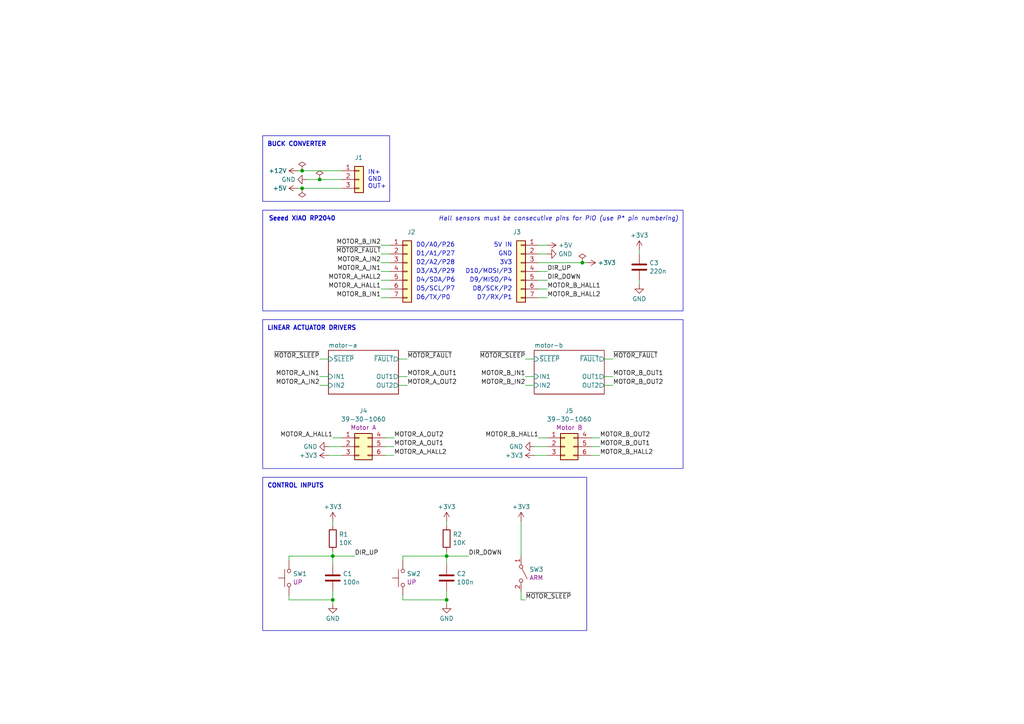
<source format=kicad_sch>
(kicad_sch (version 20250114) (generator "eeschema") (generator_version "9.0")
  (paper "A4")
  (title_block (title "Bed Lift Controller") (date "2025-08") (rev "v1.0") (company "Brown Studios LLC"))
  (lib_symbols
    (symbol "Connector_Generic:Conn_01x03" (pin_names (offset 1.016) (hide yes))
      (property "Reference" "J" (at 0 5.08 0))
      (property "Value" "Conn_01x03" (at 0 -5.08 0))
      (symbol "Conn_01x03_1_1"
        (rectangle (start -1.27 3.81) (end 1.27 -3.81) (stroke (width 0.254)) (fill (type background)))
        (rectangle (start -1.27 2.667) (end 0 2.413) (stroke (width 0.1524)))
        (rectangle (start -1.27 0.127) (end 0 -0.127) (stroke (width 0.1524)))
        (rectangle (start -1.27 -2.413) (end 0 -2.667) (stroke (width 0.1524)))
        (pin passive line (at -5.08 2.54 0) (length 3.81) (name "Pin_1") (number "1"))
        (pin passive line (at -5.08 0 0) (length 3.81) (name "Pin_2") (number "2"))
        (pin passive line (at -5.08 -2.54 0) (length 3.81) (name "Pin_3") (number "3"))
      )
    )
    (symbol "Connector_Generic:Conn_01x07" (pin_names (offset 1.016) (hide yes))
      (property "Reference" "J" (at 0 10.16 0))
      (property "Value" "Conn_01x07" (at 0 -10.16 0))
      (symbol "Conn_01x07_1_1"
        (rectangle (start -1.27 8.89) (end 1.27 -8.89) (stroke (width 0.254)) (fill (type background)))
        (rectangle (start -1.27 7.747) (end 0 7.493) (stroke (width 0.1524)))
        (rectangle (start -1.27 5.207) (end 0 4.953) (stroke (width 0.1524)))
        (rectangle (start -1.27 2.667) (end 0 2.413) (stroke (width 0.1524)))
        (rectangle (start -1.27 0.127) (end 0 -0.127) (stroke (width 0.1524)))
        (rectangle (start -1.27 -2.413) (end 0 -2.667) (stroke (width 0.1524)))
        (rectangle (start -1.27 -4.953) (end 0 -5.207) (stroke (width 0.1524)))
        (rectangle (start -1.27 -7.493) (end 0 -7.747) (stroke (width 0.1524)))
        (pin passive line (at -5.08 7.62 0) (length 3.81) (name "Pin_1") (number "1"))
        (pin passive line (at -5.08 5.08 0) (length 3.81) (name "Pin_2") (number "2"))
        (pin passive line (at -5.08 2.54 0) (length 3.81) (name "Pin_3") (number "3"))
        (pin passive line (at -5.08 0 0) (length 3.81) (name "Pin_4") (number "4"))
        (pin passive line (at -5.08 -2.54 0) (length 3.81) (name "Pin_5") (number "5"))
        (pin passive line (at -5.08 -5.08 0) (length 3.81) (name "Pin_6") (number "6"))
        (pin passive line (at -5.08 -7.62 0) (length 3.81) (name "Pin_7") (number "7"))
      )
    )
    (symbol "Connector_Generic:Conn_02x03_Top_Bottom" (pin_names (offset 1.016) (hide yes))
      (property "Reference" "J" (at 1.27 5.08 0))
      (property "Value" "Conn_02x03_Top_Bottom" (at 1.27 -5.08 0))
      (symbol "Conn_02x03_Top_Bottom_1_1"
        (rectangle (start -1.27 3.81) (end 3.81 -3.81) (stroke (width 0.254)) (fill (type background)))
        (rectangle (start -1.27 2.667) (end 0 2.413) (stroke (width 0.1524)))
        (rectangle (start -1.27 0.127) (end 0 -0.127) (stroke (width 0.1524)))
        (rectangle (start -1.27 -2.413) (end 0 -2.667) (stroke (width 0.1524)))
        (rectangle (start 3.81 2.667) (end 2.54 2.413) (stroke (width 0.1524)))
        (rectangle (start 3.81 0.127) (end 2.54 -0.127) (stroke (width 0.1524)))
        (rectangle (start 3.81 -2.413) (end 2.54 -2.667) (stroke (width 0.1524)))
        (pin passive line (at -5.08 2.54 0) (length 3.81) (name "Pin_1") (number "1"))
        (pin passive line (at -5.08 0 0) (length 3.81) (name "Pin_2") (number "2"))
        (pin passive line (at -5.08 -2.54 0) (length 3.81) (name "Pin_3") (number "3"))
        (pin passive line (at 7.62 2.54 180) (length 3.81) (name "Pin_4") (number "4"))
        (pin passive line (at 7.62 0 180) (length 3.81) (name "Pin_5") (number "5"))
        (pin passive line (at 7.62 -2.54 180) (length 3.81) (name "Pin_6") (number "6"))
      )
    )
    (symbol "Device:C" (pin_numbers (hide yes)) (pin_names (offset 0.254))
      (property "Reference" "C" (at 0.635 2.54 0))
      (property "Value" "C" (at 0.635 -2.54 0))
      (symbol "C_0_1"
        (polyline (pts (xy -2.032 0.762) (xy 2.032 0.762)) (stroke (width 0.508)))
        (polyline (pts (xy -2.032 -0.762) (xy 2.032 -0.762)) (stroke (width 0.508)))
      )
      (symbol "C_1_1"
        (pin passive line (at 0 3.81 270) (length 2.794) (name "~") (number "1"))
        (pin passive line (at 0 -3.81 90) (length 2.794) (name "~") (number "2"))
      )
    )
    (symbol "Device:R" (pin_numbers (hide yes)) (pin_names (offset 0))
      (property "Reference" "R" (at 2.032 0 90))
      (property "Value" "R" (at 0 0 90))
      (symbol "R_0_1"
        (rectangle (start -1.016 -2.54) (end 1.016 2.54) (stroke (width 0.254)))
      )
      (symbol "R_1_1"
        (pin passive line (at 0 3.81 270) (length 1.27) (name "~") (number "1"))
        (pin passive line (at 0 -3.81 90) (length 1.27) (name "~") (number "2"))
      )
    )
    (symbol "Switch:SW_Push" (pin_numbers (hide yes)) (pin_names (offset 1.016) (hide yes))
      (property "Reference" "SW" (at 1.27 2.54 0))
      (property "Value" "SW_Push" (at 0 -1.524 0))
      (symbol "SW_Push_0_1"
        (circle (center -2.032 0) (radius 0.508))
        (polyline (pts (xy 0 1.27) (xy 0 3.048)))
        (circle (center 2.032 0) (radius 0.508))
        (polyline (pts (xy 2.54 1.27) (xy -2.54 1.27)))
        (pin passive line (at -5.08 0 0) (length 2.54) (name "1") (number "1"))
        (pin passive line (at 5.08 0 180) (length 2.54) (name "2") (number "2"))
      )
    )
    (symbol "Switch:SW_SPST" (pin_names (offset 0) (hide yes))
      (property "Reference" "SW" (at 0 3.175 0))
      (property "Value" "SW_SPST" (at 0 -2.54 0))
      (symbol "SW_SPST_0_0"
        (circle (center -2.032 0) (radius 0.508))
        (polyline (pts (xy -1.524 0.254) (xy 1.524 1.778)))
        (circle (center 2.032 0) (radius 0.508))
      )
      (symbol "SW_SPST_1_1"
        (pin passive line (at -5.08 0 0) (length 2.54) (name "A") (number "1"))
        (pin passive line (at 5.08 0 180) (length 2.54) (name "B") (number "2"))
      )
    )
    (symbol "power:+12V" (power) (pin_numbers (hide yes)) (pin_names (offset 0) (hide yes))
      (property "Value" "+12V" (at 0 3.556 0))
      (symbol "+12V_0_1"
        (polyline (pts (xy -0.762 1.27) (xy 0 2.54)))
        (polyline (pts (xy 0 2.54) (xy 0.762 1.27)))
        (polyline (pts (xy 0 0) (xy 0 2.54)))
      )
      (symbol "+12V_1_1"
        (pin power_in line (at 0 0 90) (length 0) (name "~") (number "1"))
      )
    )
    (symbol "power:+3V3" (power) (pin_numbers (hide yes)) (pin_names (offset 0) (hide yes))
      (property "Value" "+3V3" (at 0 3.556 0))
      (symbol "+3V3_0_1"
        (polyline (pts (xy -0.762 1.27) (xy 0 2.54)))
        (polyline (pts (xy 0 2.54) (xy 0.762 1.27)))
        (polyline (pts (xy 0 0) (xy 0 2.54)))
      )
      (symbol "+3V3_1_1"
        (pin power_in line (at 0 0 90) (length 0) (name "~") (number "1"))
      )
    )
    (symbol "power:+5V" (power) (pin_numbers (hide yes)) (pin_names (offset 0) (hide yes))
      (property "Value" "+5V" (at 0 3.556 0))
      (symbol "+5V_0_1"
        (polyline (pts (xy -0.762 1.27) (xy 0 2.54)))
        (polyline (pts (xy 0 2.54) (xy 0.762 1.27)))
        (polyline (pts (xy 0 0) (xy 0 2.54)))
      )
      (symbol "+5V_1_1"
        (pin power_in line (at 0 0 90) (length 0) (name "~") (number "1"))
      )
    )
    (symbol "power:GND" (power) (pin_numbers (hide yes)) (pin_names (offset 0) (hide yes))
      (property "Value" "GND" (at 0 -3.81 0))
      (symbol "GND_0_1"
        (polyline (pts (xy 0 0) (xy 0 -1.27) (xy 1.27 -1.27) (xy 0 -2.54) (xy -1.27 -1.27) (xy 0 -1.27)))
      )
      (symbol "GND_1_1"
        (pin power_in line (at 0 0 270) (length 0) (name "~") (number "1"))
      )
    )
    (symbol "power:PWR_FLAG" (power) (pin_numbers (hide yes)) (pin_names (offset 0) (hide yes))
      (property "Value" "PWR_FLAG" (at 0 3.81 0))
      (symbol "PWR_FLAG_0_0"
        (pin power_out line (at 0 0 90) (length 0) (name "~") (number "1"))
      )
      (symbol "PWR_FLAG_0_1"
        (polyline (pts (xy 0 0) (xy 0 1.27) (xy -1.016 1.905) (xy 0 2.54) (xy 1.016 1.905) (xy 0 1.27)))
      )
    )
  )
  (rectangle (start 76.2 138.43) (end 170.18 182.88))
  (rectangle (start 76.2 92.71) (end 198.12 135.89))
  (rectangle (start 76.2 60.96) (end 198.12 90.17))
  (rectangle (start 76.2 39.37) (end 113.03 58.42))
  (text "D1/A1/P27" (at 120.65 73.66 0) (effects (font (size 1.27 1.27) (thickness 0.1588)) (justify left)))
  (text "D5/SCL/P7" (at 120.65 83.82 0) (effects (font (size 1.27 1.27) (thickness 0.1588)) (justify left)))
  (text "D10/MOSI/P3" (at 148.59 78.74 0) (effects (font (size 1.27 1.27) (thickness 0.1588)) (justify right)))
  (text "D2/A2/P28" (at 120.65 76.2 0) (effects (font (size 1.27 1.27) (thickness 0.1588)) (justify left)))
  (text "D9/MISO/P4" (at 148.59 81.28 0) (effects (font (size 1.27 1.27) (thickness 0.1588)) (justify right)))
  (text "D6/TX/P0" (at 120.65 86.36 0) (effects (font (size 1.27 1.27) (thickness 0.1588)) (justify left)))
  (text "D8/SCK/P2" (at 148.59 83.82 0) (effects (font (size 1.27 1.27) (thickness 0.1588)) (justify right)))
  (text "Seeed XIAO RP2040" (at 87.63 63.5 0) (effects (font (size 1.27 1.27) (thickness 0.254) (bold yes))))
  (text "LINEAR ACTUATOR DRIVERS" (at 77.47 95.25 0) (effects (font (size 1.27 1.27) (thickness 0.254) (bold yes)) (justify left)))
  (text "IN+\nGND\nOUT+" (at 106.68 52.07 0) (effects (font (size 1.27 1.27) (thickness 0.1588)) (justify left)))
  (text "D4/SDA/P6" (at 120.65 81.28 0) (effects (font (size 1.27 1.27) (thickness 0.1588)) (justify left)))
  (text "BUCK CONVERTER" (at 77.47 41.91 0) (effects (font (size 1.27 1.27) (thickness 0.254) (bold yes)) (justify left)))
  (text "D7/RX/P1" (at 148.59 86.36 0) (effects (font (size 1.27 1.27) (thickness 0.1588)) (justify right)))
  (text "Hall sensors must be consecutive pins for PIO (use P* pin numbering)" (at 196.85 63.5 0) (effects (font (size 1.27 1.27) (italic yes)) (justify right)))
  (text "GND" (at 148.59 73.66 0) (effects (font (size 1.27 1.27) (thickness 0.1588)) (justify right)))
  (text "D3/A3/P29" (at 120.65 78.74 0) (effects (font (size 1.27 1.27) (thickness 0.1588)) (justify left)))
  (text "D0/A0/P26" (at 120.65 71.12 0) (effects (font (size 1.27 1.27) (thickness 0.1588)) (justify left)))
  (text "5V IN" (at 148.59 71.12 0) (effects (font (size 1.27 1.27) (thickness 0.1588)) (justify right)))
  (text "3V3" (at 148.59 76.2 0) (effects (font (size 1.27 1.27) (thickness 0.1588)) (justify right)))
  (text "CONTROL INPUTS" (at 77.47 140.97 0) (effects (font (size 1.27 1.27) (thickness 0.254) (bold yes)) (justify left)))
  (junction (at 129.54 161.29))
  (junction (at 96.52 161.29))
  (junction (at 168.91 76.2))
  (junction (at 92.71 52.07))
  (junction (at 96.52 173.99))
  (junction (at 129.54 173.99))
  (junction (at 87.63 54.61))
  (junction (at 87.63 49.53))
  (wire (pts (xy 156.21 81.28) (xy 158.75 81.28)))
  (wire (pts (xy 86.36 49.53) (xy 87.63 49.53)))
  (wire (pts (xy 87.63 54.61) (xy 99.06 54.61)))
  (wire (pts (xy 87.63 49.53) (xy 99.06 49.53)))
  (wire (pts (xy 116.84 173.99) (xy 129.54 173.99)))
  (wire (pts (xy 151.13 151.13) (xy 151.13 161.29)))
  (wire (pts (xy 111.76 132.08) (xy 114.3 132.08)))
  (wire (pts (xy 116.84 161.29) (xy 129.54 161.29)))
  (wire (pts (xy 156.21 127) (xy 158.75 127)))
  (wire (pts (xy 92.71 109.22) (xy 95.25 109.22)))
  (wire (pts (xy 102.87 161.29) (xy 96.52 161.29)))
  (wire (pts (xy 83.82 161.29) (xy 83.82 162.56)))
  (wire (pts (xy 96.52 151.13) (xy 96.52 152.4)))
  (wire (pts (xy 96.52 171.45) (xy 96.52 173.99)))
  (wire (pts (xy 156.21 83.82) (xy 158.75 83.82)))
  (wire (pts (xy 96.52 161.29) (xy 96.52 163.83)))
  (wire (pts (xy 175.26 109.22) (xy 177.8 109.22)))
  (wire (pts (xy 129.54 173.99) (xy 129.54 175.26)))
  (wire (pts (xy 156.21 76.2) (xy 168.91 76.2)))
  (wire (pts (xy 115.57 104.14) (xy 118.11 104.14)))
  (wire (pts (xy 185.42 81.28) (xy 185.42 82.55)))
  (wire (pts (xy 92.71 52.07) (xy 99.06 52.07)))
  (wire (pts (xy 110.49 71.12) (xy 113.03 71.12)))
  (wire (pts (xy 96.52 127) (xy 99.06 127)))
  (wire (pts (xy 110.49 76.2) (xy 113.03 76.2)))
  (wire (pts (xy 95.25 129.54) (xy 99.06 129.54)))
  (wire (pts (xy 152.4 173.99) (xy 151.13 173.99)))
  (wire (pts (xy 110.49 78.74) (xy 113.03 78.74)))
  (wire (pts (xy 110.49 83.82) (xy 113.03 83.82)))
  (wire (pts (xy 92.71 111.76) (xy 95.25 111.76)))
  (wire (pts (xy 96.52 173.99) (xy 96.52 175.26)))
  (wire (pts (xy 152.4 111.76) (xy 154.94 111.76)))
  (wire (pts (xy 88.9 52.07) (xy 92.71 52.07)))
  (wire (pts (xy 115.57 111.76) (xy 118.11 111.76)))
  (wire (pts (xy 110.49 86.36) (xy 113.03 86.36)))
  (wire (pts (xy 110.49 73.66) (xy 113.03 73.66)))
  (wire (pts (xy 129.54 161.29) (xy 129.54 160.02)))
  (wire (pts (xy 92.71 104.14) (xy 95.25 104.14)))
  (wire (pts (xy 110.49 81.28) (xy 113.03 81.28)))
  (wire (pts (xy 96.52 161.29) (xy 96.52 160.02)))
  (wire (pts (xy 115.57 109.22) (xy 118.11 109.22)))
  (wire (pts (xy 151.13 173.99) (xy 151.13 171.45)))
  (wire (pts (xy 171.45 127) (xy 173.99 127)))
  (wire (pts (xy 171.45 132.08) (xy 173.99 132.08)))
  (wire (pts (xy 135.89 161.29) (xy 129.54 161.29)))
  (wire (pts (xy 175.26 104.14) (xy 177.8 104.14)))
  (wire (pts (xy 116.84 161.29) (xy 116.84 162.56)))
  (wire (pts (xy 129.54 171.45) (xy 129.54 173.99)))
  (wire (pts (xy 129.54 151.13) (xy 129.54 152.4)))
  (wire (pts (xy 168.91 76.2) (xy 170.18 76.2)))
  (wire (pts (xy 116.84 173.99) (xy 116.84 172.72)))
  (wire (pts (xy 156.21 86.36) (xy 158.75 86.36)))
  (wire (pts (xy 111.76 127) (xy 114.3 127)))
  (wire (pts (xy 171.45 129.54) (xy 173.99 129.54)))
  (wire (pts (xy 156.21 78.74) (xy 158.75 78.74)))
  (wire (pts (xy 86.36 54.61) (xy 87.63 54.61)))
  (wire (pts (xy 154.94 132.08) (xy 158.75 132.08)))
  (wire (pts (xy 185.42 72.39) (xy 185.42 73.66)))
  (wire (pts (xy 111.76 129.54) (xy 114.3 129.54)))
  (wire (pts (xy 83.82 161.29) (xy 96.52 161.29)))
  (wire (pts (xy 95.25 132.08) (xy 99.06 132.08)))
  (wire (pts (xy 154.94 129.54) (xy 158.75 129.54)))
  (wire (pts (xy 156.21 73.66) (xy 158.75 73.66)))
  (wire (pts (xy 152.4 104.14) (xy 154.94 104.14)))
  (wire (pts (xy 156.21 71.12) (xy 158.75 71.12)))
  (wire (pts (xy 152.4 109.22) (xy 154.94 109.22)))
  (wire (pts (xy 83.82 173.99) (xy 83.82 172.72)))
  (wire (pts (xy 175.26 111.76) (xy 177.8 111.76)))
  (wire (pts (xy 83.82 173.99) (xy 96.52 173.99)))
  (wire (pts (xy 129.54 161.29) (xy 129.54 163.83)))
  (label "~{MOTOR_SLEEP}" (at 152.4 104.14 180))
  (label "MOTOR_B_HALL2" (at 173.99 132.08 0))
  (label "~{MOTOR_FAULT}" (at 118.11 104.14 0))
  (label "MOTOR_B_HALL2" (at 158.75 86.36 0))
  (label "MOTOR_A_HALL2" (at 110.49 81.28 180))
  (label "MOTOR_B_OUT1" (at 173.99 129.54 0))
  (label "MOTOR_A_HALL1" (at 110.49 83.82 180))
  (label "MOTOR_A_IN2" (at 92.71 111.76 180))
  (label "MOTOR_A_OUT1" (at 114.3 129.54 0))
  (label "MOTOR_B_OUT2" (at 177.8 111.76 0))
  (label "~{MOTOR_FAULT}" (at 177.8 104.14 0))
  (label "MOTOR_B_IN1" (at 152.4 109.22 180))
  (label "MOTOR_A_IN2" (at 110.49 76.2 180))
  (label "~{MOTOR_FAULT}" (at 110.49 73.66 180))
  (label "DIR_UP" (at 158.75 78.74 0) (effects (font (thickness 0.1588))))
  (label "DIR_DOWN" (at 135.89 161.29 0) (effects (font (thickness 0.1588))))
  (label "~{MOTOR_SLEEP}" (at 152.4 173.99 0))
  (label "DIR_DOWN" (at 158.75 81.28 0) (effects (font (thickness 0.1588))))
  (label "~{MOTOR_SLEEP}" (at 92.71 104.14 180))
  (label "MOTOR_B_IN2" (at 152.4 111.76 180))
  (label "MOTOR_B_IN2" (at 110.49 71.12 180))
  (label "MOTOR_B_OUT1" (at 177.8 109.22 0))
  (label "MOTOR_B_IN1" (at 110.49 86.36 180))
  (label "MOTOR_A_OUT2" (at 114.3 127 0))
  (label "MOTOR_A_HALL2" (at 114.3 132.08 0))
  (label "MOTOR_B_HALL1" (at 156.21 127 180))
  (label "MOTOR_A_IN1" (at 92.71 109.22 180))
  (label "MOTOR_B_HALL1" (at 158.75 83.82 0))
  (label "MOTOR_A_OUT1" (at 118.11 109.22 0))
  (label "MOTOR_B_OUT2" (at 173.99 127 0))
  (label "MOTOR_A_IN1" (at 110.49 78.74 180))
  (label "MOTOR_A_OUT2" (at 118.11 111.76 0))
  (label "DIR_UP" (at 102.87 161.29 0) (effects (font (thickness 0.1588))))
  (label "MOTOR_A_HALL1" (at 96.52 127 180))
  (symbol (lib_id "Device:R") (at 96.52 156.21 0) (unit 1)
    (property "Reference" "R1" (at 98.298 154.9978 0) (effects (justify left)))
    (property "Value" "10K" (at 98.298 157.4221 0) (effects (justify left)))
    (property "Description" "Resistor" (effects (hide yes)))
  )
  (symbol (lib_id "power:GND") (at 158.75 73.66 90) (unit 1)
    (property "Reference" "#PWR05" (effects (hide yes)))
    (property "Value" "GND" (at 161.925 73.66 90) (effects (justify right)))
    (property "Description" "Power symbol creates a global label with name \"GND\" , ground" (effects (hide yes)))
  )
  (symbol (lib_id "power:GND") (at 95.25 129.54 270) (unit 1)
    (property "Reference" "#PWR07" (effects (hide yes)))
    (property "Value" "GND" (at 92.0751 129.54 90) (effects (justify right)))
    (property "Description" "Power symbol creates a global label with name \"GND\" , ground" (effects (hide yes)))
  )
  (symbol (lib_id "power:+3V3") (at 185.42 72.39 0) (unit 1)
    (property "Reference" "#PWR022" (effects (hide yes)))
    (property "Value" "+3V3" (at 185.42 68.2569 0))
    (property "Description" "Power symbol creates a global label with name \"+3V3\"" (effects (hide yes)))
  )
  (symbol (lib_id "power:GND") (at 129.54 175.26 0) (mirror y) (unit 1)
    (property "Reference" "#PWR014" (effects (hide yes)))
    (property "Value" "GND" (at 129.54 179.3931 0))
    (property "Description" "Power symbol creates a global label with name \"GND\" , ground" (effects (hide yes)))
  )
  (symbol (lib_id "Device:C") (at 129.54 167.64 0) (unit 1)
    (property "Reference" "C2" (at 132.461 166.4278 0) (effects (justify left)))
    (property "Value" "100n" (at 132.461 168.8521 0) (effects (justify left)))
    (property "Description" "Unpolarized capacitor" (effects (hide yes)))
  )
  (symbol (lib_id "Connector_Generic:Conn_02x03_Top_Bottom") (at 163.83 129.54 0) (unit 1)
    (property "Reference" "J5" (at 165.1 119.1613 0))
    (property "Value" "39-30-1060" (at 165.1 121.5856 0))
    (property "Description" "Generic connector, double row, 02x03, top/bottom pin numbering scheme (row 1: 1...pins_per_row, row2: pins_per_row+1 ... num_pins), script generated (kicad-library-utils/schlib/autogen/connector/)" (effects (hide yes)))
    (property "Label" "Motor B" (at 165.1 124.0099 0))
  )
  (symbol (lib_id "power:PWR_FLAG") (at 92.71 52.07 0) (unit 1)
    (property "Reference" "#FLG02" (effects (hide yes)))
    (property "Value" "PWR_FLAG" (effects (hide yes)))
    (property "Description" "Special symbol for telling ERC where power comes from" (effects (hide yes)))
  )
  (symbol (lib_id "Connector_Generic:Conn_01x07") (at 151.13 78.74 0) (mirror y) (unit 1)
    (property "Reference" "J3" (at 151.13 67.31 0) (effects (justify left)))
    (property "Value" "Conn_01x07" (effects (hide yes)))
    (property "Description" "Generic connector, single row, 01x07, script generated (kicad-library-utils/schlib/autogen/connector/)" (effects (hide yes)))
  )
  (symbol (lib_id "power:+12V") (at 86.36 49.53 90) (unit 1)
    (property "Reference" "#PWR01" (effects (hide yes)))
    (property "Value" "+12V" (at 83.185 49.53 90) (effects (justify left)))
    (property "Description" "Power symbol creates a global label with name \"+12V\"" (effects (hide yes)))
  )
  (symbol (lib_id "power:+3V3") (at 154.94 132.08 90) (unit 1)
    (property "Reference" "#PWR010" (effects (hide yes)))
    (property "Value" "+3V3" (at 151.765 132.08 90) (effects (justify left)))
    (property "Description" "Power symbol creates a global label with name \"+3V3\"" (effects (hide yes)))
  )
  (symbol (lib_id "power:+3V3") (at 95.25 132.08 90) (unit 1)
    (property "Reference" "#PWR09" (effects (hide yes)))
    (property "Value" "+3V3" (at 92.075 132.08 90) (effects (justify left)))
    (property "Description" "Power symbol creates a global label with name \"+3V3\"" (effects (hide yes)))
  )
  (symbol (lib_id "power:+3V3") (at 151.13 151.13 0) (unit 1)
    (property "Reference" "#PWR018" (effects (hide yes)))
    (property "Value" "+3V3" (at 151.13 146.9969 0))
    (property "Description" "Power symbol creates a global label with name \"+3V3\"" (effects (hide yes)))
  )
  (symbol (lib_id "power:GND") (at 154.94 129.54 270) (unit 1)
    (property "Reference" "#PWR08" (effects (hide yes)))
    (property "Value" "GND" (at 151.7651 129.54 90) (effects (justify right)))
    (property "Description" "Power symbol creates a global label with name \"GND\" , ground" (effects (hide yes)))
  )
  (symbol (lib_id "power:PWR_FLAG") (at 87.63 54.61 180) (unit 1)
    (property "Reference" "#FLG03" (effects (hide yes)))
    (property "Value" "PWR_FLAG" (effects (hide yes)))
    (property "Description" "Special symbol for telling ERC where power comes from" (effects (hide yes)))
  )
  (symbol (lib_id "Connector_Generic:Conn_01x03") (at 104.14 52.07 0) (unit 1)
    (property "Reference" "J1" (at 102.87 45.72 0) (effects (justify left)))
    (property "Value" "Conn_01x03" (effects (hide yes)))
    (property "Description" "Generic connector, single row, 01x03, script generated (kicad-library-utils/schlib/autogen/connector/)" (effects (hide yes)))
  )
  (symbol (lib_id "power:+5V") (at 86.36 54.61 90) (unit 1)
    (property "Reference" "#PWR03" (effects (hide yes)))
    (property "Value" "+5V" (at 83.1851 54.61 90) (effects (justify left)))
    (property "Description" "Power symbol creates a global label with name \"+5V\"" (effects (hide yes)))
  )
  (symbol (lib_id "power:PWR_FLAG") (at 87.63 49.53 0) (unit 1)
    (property "Reference" "#FLG01" (effects (hide yes)))
    (property "Value" "PWR_FLAG" (effects (hide yes)))
    (property "Description" "Special symbol for telling ERC where power comes from" (effects (hide yes)))
  )
  (symbol (lib_id "power:+3V3") (at 96.52 151.13 0) (unit 1)
    (property "Reference" "#PWR011" (effects (hide yes)))
    (property "Value" "+3V3" (at 96.52 146.9969 0))
    (property "Description" "Power symbol creates a global label with name \"+3V3\"" (effects (hide yes)))
  )
  (symbol (lib_id "power:GND") (at 185.42 82.55 0) (unit 1)
    (property "Reference" "#PWR025" (effects (hide yes)))
    (property "Value" "GND" (at 185.42 86.6831 0))
    (property "Description" "Power symbol creates a global label with name \"GND\" , ground" (effects (hide yes)))
  )
  (symbol (lib_id "power:+5V") (at 158.75 71.12 270) (unit 1)
    (property "Reference" "#PWR04" (effects (hide yes)))
    (property "Value" "+5V" (at 161.925 71.12 90) (effects (justify left)))
    (property "Description" "Power symbol creates a global label with name \"+5V\"" (effects (hide yes)))
  )
  (symbol (lib_id "Switch:SW_SPST") (at 151.13 166.37 270) (unit 1)
    (property "Reference" "SW3" (at 153.543 165.1578 90) (effects (justify left)))
    (property "Value" "SW_SPST" (effects (hide yes)))
    (property "Description" "Single Pole Single Throw (SPST) switch" (effects (hide yes)))
    (property "Label" "ARM" (at 153.543 167.5821 90) (effects (justify left)))
  )
  (symbol (lib_id "Connector_Generic:Conn_02x03_Top_Bottom") (at 104.14 129.54 0) (unit 1)
    (property "Reference" "J4" (at 105.41 119.1613 0))
    (property "Value" "39-30-1060" (at 105.41 121.5856 0))
    (property "Description" "Generic connector, double row, 02x03, top/bottom pin numbering scheme (row 1: 1...pins_per_row, row2: pins_per_row+1 ... num_pins), script generated (kicad-library-utils/schlib/autogen/connector/)" (effects (hide yes)))
    (property "Label" "Motor A" (at 105.41 124.0099 0))
  )
  (symbol (lib_id "Switch:SW_Push") (at 83.82 167.64 90) (unit 1)
    (property "Reference" "SW1" (at 84.963 166.4278 90) (effects (justify right)))
    (property "Value" "SW_Push" (effects (hide yes)))
    (property "Description" "Push button switch, generic, two pins" (effects (hide yes)))
    (property "Label" "UP" (at 84.963 168.8521 90) (effects (justify right)))
  )
  (symbol (lib_id "Device:R") (at 129.54 156.21 0) (unit 1)
    (property "Reference" "R2" (at 131.318 154.9978 0) (effects (justify left)))
    (property "Value" "10K" (at 131.318 157.4221 0) (effects (justify left)))
    (property "Description" "Resistor" (effects (hide yes)))
  )
  (symbol (lib_id "power:GND") (at 88.9 52.07 270) (unit 1)
    (property "Reference" "#PWR02" (effects (hide yes)))
    (property "Value" "GND" (at 85.7251 52.07 90) (effects (justify right)))
    (property "Description" "Power symbol creates a global label with name \"GND\" , ground" (effects (hide yes)))
  )
  (symbol (lib_id "power:+3V3") (at 170.18 76.2 270) (unit 1)
    (property "Reference" "#PWR06" (effects (hide yes)))
    (property "Value" "+3V3" (at 173.355 76.2 90) (effects (justify left)))
    (property "Description" "Power symbol creates a global label with name \"+3V3\"" (effects (hide yes)))
  )
  (symbol (lib_id "Device:C") (at 96.52 167.64 0) (unit 1)
    (property "Reference" "C1" (at 99.441 166.4278 0) (effects (justify left)))
    (property "Value" "100n" (at 99.441 168.8521 0) (effects (justify left)))
    (property "Description" "Unpolarized capacitor" (effects (hide yes)))
  )
  (symbol (lib_id "Connector_Generic:Conn_01x07") (at 118.11 78.74 0) (unit 1)
    (property "Reference" "J2" (at 118.11 67.31 0) (effects (justify left)))
    (property "Value" "Conn_01x07" (effects (hide yes)))
    (property "Description" "Generic connector, single row, 01x07, script generated (kicad-library-utils/schlib/autogen/connector/)" (effects (hide yes)))
  )
  (symbol (lib_id "Device:C") (at 185.42 77.47 0) (unit 1)
    (property "Reference" "C3" (at 188.341 76.2578 0) (effects (justify left)))
    (property "Value" "220n" (at 188.341 78.6821 0) (effects (justify left)))
    (property "Description" "Unpolarized capacitor" (effects (hide yes)))
  )
  (symbol (lib_id "power:PWR_FLAG") (at 168.91 76.2 0) (unit 1)
    (property "Reference" "#FLG04" (effects (hide yes)))
    (property "Value" "PWR_FLAG" (effects (hide yes)))
    (property "Description" "Special symbol for telling ERC where power comes from" (effects (hide yes)))
  )
  (symbol (lib_id "power:GND") (at 96.52 175.26 0) (mirror y) (unit 1)
    (property "Reference" "#PWR013" (effects (hide yes)))
    (property "Value" "GND" (at 96.52 179.3931 0))
    (property "Description" "Power symbol creates a global label with name \"GND\" , ground" (effects (hide yes)))
  )
  (symbol (lib_id "Switch:SW_Push") (at 116.84 167.64 90) (unit 1)
    (property "Reference" "SW2" (at 117.983 166.4278 90) (effects (justify right)))
    (property "Value" "SW_Push" (effects (hide yes)))
    (property "Description" "Push button switch, generic, two pins" (effects (hide yes)))
    (property "Label" "UP" (at 117.983 168.8521 90) (effects (justify right)))
  )
  (symbol (lib_id "power:+3V3") (at 129.54 151.13 0) (unit 1)
    (property "Reference" "#PWR012" (effects (hide yes)))
    (property "Value" "+3V3" (at 129.54 146.9969 0))
    (property "Description" "Power symbol creates a global label with name \"+3V3\"" (effects (hide yes)))
  )
  (sheet (at 95.25 101.6) (size 20.32 12.7) (stroke (width 0.1524))
    (property "Sheetname" "motor-a" (at 95.25 100.8884 0) (effects (justify left bottom)))
    (property "Sheetfile" "linear-actuator-driver.kicad_sch" (effects (hide yes)))
    (pin "~{SLEEP}" input (at 95.25 104.14 180))
    (pin "OUT1" output (at 115.57 109.22 0))
    (pin "OUT2" output (at 115.57 111.76 0))
    (pin "~{FAULT}" output (at 115.57 104.14 0))
    (pin "IN2" input (at 95.25 111.76 180))
    (pin "IN1" input (at 95.25 109.22 180))
  )
  (sheet (at 154.94 101.6) (size 20.32 12.7) (stroke (width 0.1524))
    (property "Sheetname" "motor-b" (at 154.94 100.8884 0) (effects (justify left bottom)))
    (property "Sheetfile" "linear-actuator-driver.kicad_sch" (effects (hide yes)))
    (pin "~{SLEEP}" input (at 154.94 104.14 180))
    (pin "OUT1" output (at 175.26 109.22 0))
    (pin "OUT2" output (at 175.26 111.76 0))
    (pin "~{FAULT}" output (at 175.26 104.14 0))
    (pin "IN2" input (at 154.94 111.76 180))
    (pin "IN1" input (at 154.94 109.22 180))
  )
)
</source>
